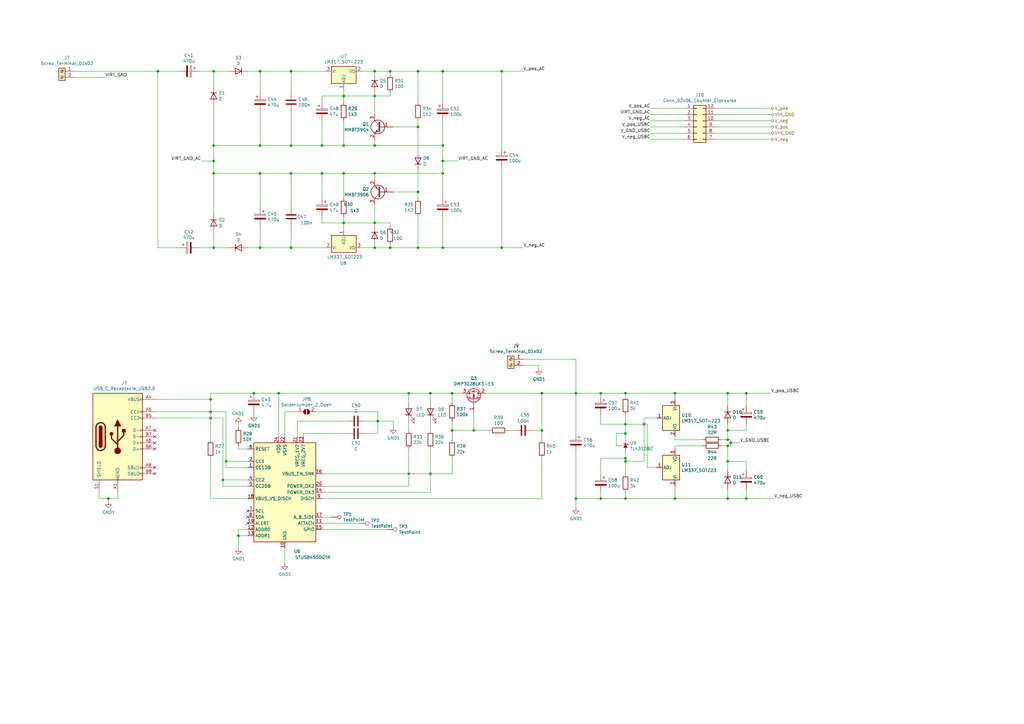
<source format=kicad_sch>
(kicad_sch (version 20211123) (generator eeschema)
  (paper "A3")
  (lib_symbols
    (symbol "Connector:Screw_Terminal_01x02" (pin_names (offset 1.016) hide)
      (property "Reference" "J" (at 0 2.54 0))
      (property "Value" "Screw_Terminal_01x02" (at 0 -5.08 0))
      (symbol "Screw_Terminal_01x02_1_1"
        (pin passive line (at -5.08 0 0) (length 3.81) (name "Pin_1") (number "1"))
        (pin passive line (at -5.08 -2.54 0) (length 3.81) (name "Pin_2") (number "2"))
      )
    )
    (symbol "Connector:TestPoint" (pin_numbers hide) (pin_names (offset 0.762) hide)
      (property "Reference" "TP" (at 0 6.858 0))
      (property "Value" "TestPoint" (at 0 5.08 0))
      (symbol "TestPoint_1_1"
        (pin passive line (at 0 0 90) (length 2.54) (name "1") (number "1"))
      )
    )
    (symbol "Connector:USB_C_Receptacle_USB2.0" (pin_names (offset 1.016))
      (property "Reference" "J" (at -10.16 19.05 0))
      (property "Value" "USB_C_Receptacle_USB2.0" (at 19.05 19.05 0))
      (symbol "USB_C_Receptacle_USB2.0_1_1"
        (pin passive line (at 0 -22.86 90) (length 5.08) (name "GND") (number "A1"))
        (pin passive line (at 0 -22.86 90) (length 5.08) hide (name "GND") (number "A12"))
        (pin passive line (at 15.24 15.24 180) (length 5.08) (name "VBUS") (number "A4"))
        (pin bidirectional line (at 15.24 10.16 180) (length 5.08) (name "CC1") (number "A5"))
        (pin bidirectional line (at 15.24 -2.54 180) (length 5.08) (name "D+") (number "A6"))
        (pin bidirectional line (at 15.24 2.54 180) (length 5.08) (name "D-") (number "A7"))
        (pin bidirectional line (at 15.24 -12.7 180) (length 5.08) (name "SBU1") (number "A8"))
        (pin passive line (at 15.24 15.24 180) (length 5.08) hide (name "VBUS") (number "A9"))
        (pin passive line (at 0 -22.86 90) (length 5.08) hide (name "GND") (number "B1"))
        (pin passive line (at 0 -22.86 90) (length 5.08) hide (name "GND") (number "B12"))
        (pin passive line (at 15.24 15.24 180) (length 5.08) hide (name "VBUS") (number "B4"))
        (pin bidirectional line (at 15.24 7.62 180) (length 5.08) (name "CC2") (number "B5"))
        (pin bidirectional line (at 15.24 -5.08 180) (length 5.08) (name "D+") (number "B6"))
        (pin bidirectional line (at 15.24 0 180) (length 5.08) (name "D-") (number "B7"))
        (pin bidirectional line (at 15.24 -15.24 180) (length 5.08) (name "SBU2") (number "B8"))
        (pin passive line (at 15.24 15.24 180) (length 5.08) hide (name "VBUS") (number "B9"))
        (pin passive line (at -7.62 -22.86 90) (length 5.08) (name "SHIELD") (number "S1"))
      )
    )
    (symbol "Connector_Generic:Conn_02x06_Counter_Clockwise" (pin_names (offset 1.016) hide)
      (property "Reference" "J" (at 1.27 7.62 0))
      (property "Value" "Conn_02x06_Counter_Clockwise" (at 1.27 -10.16 0))
      (symbol "Conn_02x06_Counter_Clockwise_1_1"
        (pin passive line (at -5.08 5.08 0) (length 3.81) (name "Pin_1") (number "1"))
        (pin passive line (at 7.62 0 180) (length 3.81) (name "Pin_10") (number "10"))
        (pin passive line (at 7.62 2.54 180) (length 3.81) (name "Pin_11") (number "11"))
        (pin passive line (at 7.62 5.08 180) (length 3.81) (name "Pin_12") (number "12"))
        (pin passive line (at -5.08 2.54 0) (length 3.81) (name "Pin_2") (number "2"))
        (pin passive line (at -5.08 0 0) (length 3.81) (name "Pin_3") (number "3"))
        (pin passive line (at -5.08 -2.54 0) (length 3.81) (name "Pin_4") (number "4"))
        (pin passive line (at -5.08 -5.08 0) (length 3.81) (name "Pin_5") (number "5"))
        (pin passive line (at -5.08 -7.62 0) (length 3.81) (name "Pin_6") (number "6"))
        (pin passive line (at 7.62 -7.62 180) (length 3.81) (name "Pin_7") (number "7"))
        (pin passive line (at 7.62 -5.08 180) (length 3.81) (name "Pin_8") (number "8"))
        (pin passive line (at 7.62 -2.54 180) (length 3.81) (name "Pin_9") (number "9"))
      )
    )
    (symbol "Device:C" (pin_numbers hide) (pin_names (offset 0.254))
      (property "Reference" "C" (at 0.635 2.54 0))
      (property "Value" "C" (at 0.635 -2.54 0))
      (symbol "C_1_1"
        (pin passive line (at 0 3.81 270) (length 2.794) (name "~") (number "1"))
        (pin passive line (at 0 -3.81 90) (length 2.794) (name "~") (number "2"))
      )
    )
    (symbol "Device:D" (pin_numbers hide) (pin_names (offset 1.016) hide)
      (property "Reference" "D" (at 0 2.54 0))
      (property "Value" "D" (at 0 -2.54 0))
      (symbol "D_1_1"
        (pin passive line (at -3.81 0 0) (length 2.54) (name "K") (number "1"))
        (pin passive line (at 3.81 0 180) (length 2.54) (name "A") (number "2"))
      )
    )
    (symbol "Device:LED" (pin_numbers hide) (pin_names (offset 1.016) hide)
      (property "Reference" "D" (at 0 2.54 0))
      (property "Value" "LED" (at 0 -2.54 0))
      (symbol "LED_1_1"
        (pin passive line (at -3.81 0 0) (length 2.54) (name "K") (number "1"))
        (pin passive line (at 3.81 0 180) (length 2.54) (name "A") (number "2"))
      )
    )
    (symbol "Device:Q_PMOS_GDS" (pin_names (offset 0) hide)
      (property "Reference" "Q" (at 5.08 1.27 0))
      (property "Value" "Q_PMOS_GDS" (at 5.08 -1.27 0))
      (symbol "Q_PMOS_GDS_1_1"
        (pin input line (at -5.08 0 0) (length 2.54) (name "G") (number "1"))
        (pin passive line (at 2.54 5.08 270) (length 2.54) (name "D") (number "2"))
        (pin passive line (at 2.54 -5.08 90) (length 2.54) (name "S") (number "3"))
      )
    )
    (symbol "Device:R" (pin_numbers hide) (pin_names (offset 0))
      (property "Reference" "R" (at 2.032 0 90))
      (property "Value" "R" (at 0 0 90))
      (symbol "R_1_1"
        (pin passive line (at 0 3.81 270) (length 1.27) (name "~") (number "1"))
        (pin passive line (at 0 -3.81 90) (length 1.27) (name "~") (number "2"))
      )
    )
    (symbol "Interface_USB:STUSB4500QTR"
      (property "Reference" "U" (at -12.7 21.59 0))
      (property "Value" "STUSB4500QTR" (at 8.89 -21.59 0))
      (symbol "STUSB4500QTR_1_1"
        (pin bidirectional line (at -15.24 10.16 0) (length 2.54) (name "CC1DB") (number "1"))
        (pin power_in line (at 0 -22.86 90) (length 2.54) (name "GND") (number "10"))
        (pin open_collector line (at 15.24 -12.7 180) (length 2.54) (name "ATTACH") (number "11"))
        (pin input line (at -15.24 -15.24 0) (length 2.54) (name "ADDR0") (number "12"))
        (pin input line (at -15.24 -17.78 0) (length 2.54) (name "ADDR1") (number "13"))
        (pin open_collector line (at 15.24 0 180) (length 2.54) (name "POWER_OK3") (number "14"))
        (pin open_collector line (at 15.24 -15.24 180) (length 2.54) (name "GPIO") (number "15"))
        (pin open_collector line (at 15.24 7.62 180) (length 2.54) (name "VBUS_EN_SNK") (number "16"))
        (pin open_collector line (at 15.24 -10.16 180) (length 2.54) (name "A_B_SIDE") (number "17"))
        (pin input line (at -15.24 -2.54 0) (length 2.54) (name "VBUS_VS_DISCH") (number "18"))
        (pin open_collector line (at -15.24 -12.7 0) (length 2.54) (name "ALERT") (number "19"))
        (pin bidirectional line (at -15.24 12.7 0) (length 2.54) (name "CC1") (number "2"))
        (pin open_collector line (at 15.24 2.54 180) (length 2.54) (name "POWER_OK2") (number "20"))
        (pin power_out line (at 5.08 22.86 270) (length 2.54) (name "VREG_1V2") (number "21"))
        (pin power_in line (at 0 22.86 270) (length 2.54) (name "VSYS") (number "22"))
        (pin power_out line (at 7.62 22.86 270) (length 2.54) (name "VREG_2V7") (number "23"))
        (pin power_in line (at -2.54 22.86 270) (length 2.54) (name "VDD") (number "24"))
        (pin passive line (at 0 -22.86 90) (length 2.54) hide (name "GND") (number "25"))
        (pin no_connect line (at -12.7 15.24 0) (length 2.54) hide (name "NC") (number "3"))
        (pin bidirectional line (at -15.24 5.08 0) (length 2.54) (name "CC2") (number "4"))
        (pin bidirectional line (at -15.24 2.54 0) (length 2.54) (name "CC2DB") (number "5"))
        (pin input line (at -15.24 17.78 0) (length 2.54) (name "RESET") (number "6"))
        (pin input line (at -15.24 -7.62 0) (length 2.54) (name "SCL") (number "7"))
        (pin bidirectional line (at -15.24 -10.16 0) (length 2.54) (name "SDA") (number "8"))
        (pin bidirectional line (at 15.24 -2.54 180) (length 2.54) (name "DISCH") (number "9"))
      )
    )
    (symbol "Jumper:SolderJumper_2_Open" (pin_names (offset 0) hide)
      (property "Reference" "JP" (at 0 2.032 0))
      (property "Value" "SolderJumper_2_Open" (at 0 -2.54 0))
      (symbol "SolderJumper_2_Open_1_1"
        (pin passive line (at -3.81 0 0) (length 2.54) (name "A") (number "1"))
        (pin passive line (at 3.81 0 180) (length 2.54) (name "B") (number "2"))
      )
    )
    (symbol "Reference_Voltage:TL431DBZ" (pin_numbers hide) (pin_names hide)
      (property "Reference" "U" (at -2.54 2.54 0))
      (property "Value" "TL431DBZ" (at 0 -2.54 0))
      (symbol "TL431DBZ_1_1"
        (pin passive line (at 2.54 0 180) (length 2.54) (name "K") (number "1"))
        (pin passive line (at 0 2.54 270) (length 2.54) (name "REF") (number "2"))
        (pin passive line (at -2.54 0 0) (length 2.54) (name "A") (number "3"))
      )
    )
    (symbol "Regulator_Linear:LM317_SOT-223" (pin_names (offset 0.254))
      (property "Reference" "U" (at -3.81 3.175 0))
      (property "Value" "LM317_SOT-223" (at 0 3.175 0))
      (symbol "LM317_SOT-223_1_1"
        (pin input line (at 0 -7.62 90) (length 2.54) (name "ADJ") (number "1"))
        (pin power_out line (at 7.62 0 180) (length 2.54) (name "VO") (number "2"))
        (pin power_in line (at -7.62 0 0) (length 2.54) (name "VI") (number "3"))
      )
    )
    (symbol "Regulator_Linear:LM337_SOT223" (pin_names (offset 0.254))
      (property "Reference" "U" (at -3.81 -3.175 0))
      (property "Value" "LM337_SOT223" (at 0 -3.175 0))
      (symbol "LM337_SOT223_1_1"
        (pin input line (at 0 7.62 270) (length 2.54) (name "ADJ") (number "1"))
        (pin power_in line (at -7.62 0 0) (length 2.54) (name "VI") (number "2"))
        (pin power_out line (at 7.62 0 180) (length 2.54) (name "VO") (number "3"))
      )
    )
    (symbol "Transistor_BJT:MMBT3904" (pin_names (offset 0) hide)
      (property "Reference" "Q" (at 5.08 1.905 0))
      (property "Value" "MMBT3904" (at 5.08 0 0))
      (symbol "MMBT3904_1_1"
        (pin input line (at -5.08 0 0) (length 5.715) (name "B") (number "1"))
        (pin passive line (at 2.54 -5.08 90) (length 2.54) (name "E") (number "2"))
        (pin passive line (at 2.54 5.08 270) (length 2.54) (name "C") (number "3"))
      )
    )
    (symbol "Transistor_BJT:MMBT3906" (pin_names (offset 0) hide)
      (property "Reference" "Q" (at 5.08 1.905 0))
      (property "Value" "MMBT3906" (at 5.08 0 0))
      (symbol "MMBT3906_1_1"
        (pin input line (at -5.08 0 0) (length 5.715) (name "B") (number "1"))
        (pin passive line (at 2.54 -5.08 90) (length 2.54) (name "E") (number "2"))
        (pin passive line (at 2.54 5.08 270) (length 2.54) (name "C") (number "3"))
      )
    )
    (symbol "power:GND1" (power) (pin_names (offset 0))
      (property "Value" "GND1" (at 0 -3.81 0))
      (symbol "GND1_1_1"
        (pin power_in line (at 0 0 270) (length 0) hide (name "GND1") (number "1"))
      )
    )
    (symbol "pre-amp-v2-rescue:CP-Device" (pin_numbers hide) (pin_names (offset 0.254))
      (property "Reference" "C" (at 0.635 2.54 0))
      (property "Value" "CP-Device" (at 0.635 -2.54 0))
      (symbol "CP-Device_1_1"
        (pin passive line (at 0 3.81 270) (length 2.794) (name "~") (number "1"))
        (pin passive line (at 0 -3.81 90) (length 2.794) (name "~") (number "2"))
      )
    )
  )
  (junction (at 86.36 163.83))
  (junction (at 64.77 29.21))
  (junction (at 153.67 29.21))
  (junction (at 154.94 172.72))
  (junction (at 97.79 219.71))
  (junction (at 171.45 29.21))
  (junction (at 181.61 29.21))
  (junction (at 119.38 71.12))
  (junction (at 298.45 189.23))
  (junction (at 140.97 59.69))
  (junction (at 92.71 189.23))
  (junction (at 153.67 101.6))
  (junction (at 106.68 59.69))
  (junction (at 160.02 29.21))
  (junction (at 153.67 71.12))
  (junction (at 140.97 39.37))
  (junction (at 256.54 189.23))
  (junction (at 153.67 91.44))
  (junction (at 205.74 29.21))
  (junction (at 119.38 29.21))
  (junction (at 306.07 204.47))
  (junction (at 106.68 71.12))
  (junction (at 256.54 161.29))
  (junction (at 119.38 101.6))
  (junction (at 87.63 66.04))
  (junction (at 87.63 29.21))
  (junction (at 246.38 204.47))
  (junction (at 167.64 161.29))
  (junction (at 171.45 78.74))
  (junction (at 236.22 204.47))
  (junction (at 132.08 59.69))
  (junction (at 140.97 71.12))
  (junction (at 306.07 161.29))
  (junction (at 104.14 161.29))
  (junction (at 205.74 101.6))
  (junction (at 132.08 71.12))
  (junction (at 256.54 187.96))
  (junction (at 160.02 101.6))
  (junction (at 171.45 52.07))
  (junction (at 171.45 101.6))
  (junction (at 87.63 101.6))
  (junction (at 181.61 66.04))
  (junction (at 246.38 161.29))
  (junction (at 299.72 181.61))
  (junction (at 298.45 176.53))
  (junction (at 256.54 177.8))
  (junction (at 87.63 71.12))
  (junction (at 276.86 161.29))
  (junction (at 153.67 59.69))
  (junction (at 153.67 39.37))
  (junction (at 222.25 161.29))
  (junction (at 181.61 59.69))
  (junction (at 298.45 204.47))
  (junction (at 91.44 196.85))
  (junction (at 181.61 71.12))
  (junction (at 185.42 176.53))
  (junction (at 106.68 29.21))
  (junction (at 236.22 161.29))
  (junction (at 298.45 161.29))
  (junction (at 44.45 204.47))
  (junction (at 176.53 161.29))
  (junction (at 298.45 180.34))
  (junction (at 106.68 101.6))
  (junction (at 222.25 176.53))
  (junction (at 181.61 101.6))
  (junction (at 298.45 182.88))
  (junction (at 114.3 161.29))
  (junction (at 119.38 59.69))
  (junction (at 87.63 59.69))
  (junction (at 185.42 161.29))
  (junction (at 140.97 91.44))
  (junction (at 256.54 204.47))
  (junction (at 276.86 204.47))
  (junction (at 256.54 173.99))
  (junction (at 194.31 176.53))
  (no_connect (at 86.36 171.45))
  (no_connect (at 264.16 173.99))
  (no_connect (at 63.5 191.77))
  (no_connect (at 63.5 181.61))
  (no_connect (at 176.53 194.31))
  (no_connect (at 63.5 184.15))
  (no_connect (at 63.5 179.07))
  (no_connect (at 101.6 209.55))
  (no_connect (at 101.6 214.63))
  (no_connect (at 63.5 176.53))
  (no_connect (at 63.5 194.31))
  (no_connect (at 167.64 194.31))
  (no_connect (at 101.6 212.09))
  (no_connect (at 86.36 168.91))
  (wire (pts (xy 160.02 101.6) (xy 160.02 100.33)))
  (wire (pts (xy 222.25 161.29) (xy 236.22 161.29)))
  (wire (pts (xy 185.42 176.53) (xy 185.42 180.34)))
  (wire (pts (xy 171.45 52.07) (xy 171.45 49.53)))
  (wire (pts (xy 97.79 217.17) (xy 97.79 219.71)))
  (wire (pts (xy 140.97 71.12) (xy 132.08 71.12)))
  (wire (pts (xy 153.67 38.1) (xy 153.67 39.37)))
  (wire (pts (xy 97.79 219.71) (xy 97.79 224.79)))
  (wire (pts (xy 140.97 49.53) (xy 140.97 59.69)))
  (wire (pts (xy 181.61 71.12) (xy 153.67 71.12)))
  (wire (pts (xy 30.48 31.75) (xy 43.18 31.75)))
  (wire (pts (xy 97.79 175.26) (xy 97.79 173.99)))
  (wire (pts (xy 176.53 201.93) (xy 132.08 201.93)))
  (wire (pts (xy 119.38 71.12) (xy 106.68 71.12)))
  (wire (pts (xy 129.54 168.91) (xy 154.94 168.91)))
  (wire (pts (xy 87.63 43.18) (xy 87.63 59.69)))
  (wire (pts (xy 246.38 173.99) (xy 256.54 173.99)))
  (wire (pts (xy 106.68 38.1) (xy 106.68 29.21)))
  (wire (pts (xy 266.7 54.61) (xy 280.67 54.61)))
  (wire (pts (xy 298.45 204.47) (xy 276.86 204.47)))
  (wire (pts (xy 116.84 231.14) (xy 116.84 224.79)))
  (wire (pts (xy 214.63 101.6) (xy 205.74 101.6)))
  (wire (pts (xy 276.86 199.39) (xy 276.86 204.47)))
  (wire (pts (xy 167.64 172.72) (xy 167.64 176.53)))
  (wire (pts (xy 161.29 52.07) (xy 171.45 52.07)))
  (wire (pts (xy 298.45 180.34) (xy 299.72 180.34)))
  (wire (pts (xy 214.63 149.86) (xy 220.98 149.86)))
  (wire (pts (xy 299.72 180.34) (xy 299.72 181.61)))
  (wire (pts (xy 293.37 54.61) (xy 316.23 54.61)))
  (wire (pts (xy 222.25 176.53) (xy 218.44 176.53)))
  (wire (pts (xy 153.67 59.69) (xy 140.97 59.69)))
  (wire (pts (xy 87.63 101.6) (xy 93.98 101.6)))
  (wire (pts (xy 106.68 45.72) (xy 106.68 59.69)))
  (wire (pts (xy 160.02 29.21) (xy 160.02 30.48)))
  (wire (pts (xy 185.42 176.53) (xy 194.31 176.53)))
  (wire (pts (xy 106.68 59.69) (xy 87.63 59.69)))
  (wire (pts (xy 48.26 204.47) (xy 48.26 201.93)))
  (wire (pts (xy 256.54 173.99) (xy 256.54 177.8)))
  (wire (pts (xy 158.75 217.17) (xy 132.08 217.17)))
  (wire (pts (xy 140.97 91.44) (xy 140.97 88.9)))
  (wire (pts (xy 264.16 171.45) (xy 264.16 189.23)))
  (wire (pts (xy 86.36 163.83) (xy 86.36 180.34)))
  (wire (pts (xy 266.7 57.15) (xy 280.67 57.15)))
  (wire (pts (xy 299.72 182.88) (xy 298.45 182.88)))
  (wire (pts (xy 101.6 217.17) (xy 97.79 217.17)))
  (wire (pts (xy 124.46 179.07) (xy 124.46 177.8)))
  (wire (pts (xy 293.37 46.99) (xy 316.23 46.99)))
  (wire (pts (xy 276.86 204.47) (xy 256.54 204.47)))
  (wire (pts (xy 167.64 161.29) (xy 176.53 161.29)))
  (wire (pts (xy 119.38 85.09) (xy 119.38 71.12)))
  (wire (pts (xy 160.02 38.1) (xy 160.02 39.37)))
  (wire (pts (xy 181.61 29.21) (xy 181.61 41.91)))
  (wire (pts (xy 63.5 163.83) (xy 86.36 163.83)))
  (wire (pts (xy 153.67 91.44) (xy 153.67 83.82)))
  (wire (pts (xy 171.45 88.9) (xy 171.45 101.6)))
  (wire (pts (xy 133.35 101.6) (xy 119.38 101.6)))
  (wire (pts (xy 63.5 168.91) (xy 92.71 168.91)))
  (wire (pts (xy 181.61 59.69) (xy 153.67 59.69)))
  (wire (pts (xy 266.7 46.99) (xy 280.67 46.99)))
  (wire (pts (xy 104.14 161.29) (xy 114.3 161.29)))
  (wire (pts (xy 87.63 101.6) (xy 87.63 95.25)))
  (wire (pts (xy 276.86 182.88) (xy 288.29 182.88)))
  (wire (pts (xy 160.02 39.37) (xy 153.67 39.37)))
  (wire (pts (xy 293.37 52.07) (xy 316.23 52.07)))
  (wire (pts (xy 114.3 179.07) (xy 114.3 161.29)))
  (wire (pts (xy 44.45 204.47) (xy 44.45 205.74)))
  (wire (pts (xy 222.25 204.47) (xy 222.25 187.96)))
  (wire (pts (xy 91.44 199.39) (xy 91.44 196.85)))
  (wire (pts (xy 316.23 161.29) (xy 306.07 161.29)))
  (wire (pts (xy 64.77 29.21) (xy 30.48 29.21)))
  (wire (pts (xy 101.6 101.6) (xy 106.68 101.6)))
  (wire (pts (xy 176.53 161.29) (xy 185.42 161.29)))
  (wire (pts (xy 140.97 39.37) (xy 153.67 39.37)))
  (wire (pts (xy 101.6 191.77) (xy 92.71 191.77)))
  (wire (pts (xy 298.45 161.29) (xy 298.45 166.37)))
  (wire (pts (xy 87.63 66.04) (xy 87.63 71.12)))
  (wire (pts (xy 87.63 59.69) (xy 87.63 66.04)))
  (wire (pts (xy 142.24 172.72) (xy 121.92 172.72)))
  (wire (pts (xy 171.45 101.6) (xy 181.61 101.6)))
  (wire (pts (xy 132.08 88.9) (xy 132.08 91.44)))
  (wire (pts (xy 87.63 66.04) (xy 82.55 66.04)))
  (wire (pts (xy 205.74 29.21) (xy 205.74 60.96)))
  (wire (pts (xy 132.08 59.69) (xy 119.38 59.69)))
  (wire (pts (xy 256.54 187.96) (xy 246.38 187.96)))
  (wire (pts (xy 266.7 52.07) (xy 280.67 52.07)))
  (wire (pts (xy 73.66 101.6) (xy 64.77 101.6)))
  (wire (pts (xy 293.37 57.15) (xy 316.23 57.15)))
  (wire (pts (xy 246.38 161.29) (xy 256.54 161.29)))
  (wire (pts (xy 185.42 161.29) (xy 189.23 161.29)))
  (wire (pts (xy 153.67 92.71) (xy 153.67 91.44)))
  (wire (pts (xy 256.54 189.23) (xy 256.54 194.31)))
  (wire (pts (xy 256.54 173.99) (xy 265.43 173.99)))
  (wire (pts (xy 97.79 184.15) (xy 97.79 182.88)))
  (wire (pts (xy 161.29 78.74) (xy 171.45 78.74)))
  (wire (pts (xy 91.44 199.39) (xy 101.6 199.39)))
  (wire (pts (xy 92.71 168.91) (xy 92.71 189.23)))
  (wire (pts (xy 200.66 176.53) (xy 194.31 176.53)))
  (wire (pts (xy 140.97 59.69) (xy 132.08 59.69)))
  (wire (pts (xy 92.71 189.23) (xy 101.6 189.23)))
  (wire (pts (xy 149.86 172.72) (xy 154.94 172.72)))
  (wire (pts (xy 220.98 149.86) (xy 220.98 151.13)))
  (wire (pts (xy 185.42 161.29) (xy 185.42 165.1)))
  (wire (pts (xy 160.02 29.21) (xy 171.45 29.21)))
  (wire (pts (xy 154.94 177.8) (xy 149.86 177.8)))
  (wire (pts (xy 293.37 49.53) (xy 316.23 49.53)))
  (wire (pts (xy 256.54 204.47) (xy 246.38 204.47)))
  (wire (pts (xy 187.96 66.04) (xy 181.61 66.04)))
  (wire (pts (xy 132.08 91.44) (xy 140.97 91.44)))
  (wire (pts (xy 106.68 85.09) (xy 106.68 71.12)))
  (wire (pts (xy 298.45 200.66) (xy 298.45 204.47)))
  (wire (pts (xy 171.45 29.21) (xy 181.61 29.21)))
  (wire (pts (xy 298.45 182.88) (xy 298.45 189.23)))
  (wire (pts (xy 176.53 161.29) (xy 176.53 165.1)))
  (wire (pts (xy 181.61 49.53) (xy 181.61 59.69)))
  (wire (pts (xy 124.46 177.8) (xy 142.24 177.8)))
  (wire (pts (xy 306.07 200.66) (xy 306.07 204.47)))
  (wire (pts (xy 205.74 68.58) (xy 205.74 101.6)))
  (wire (pts (xy 181.61 81.28) (xy 181.61 71.12)))
  (wire (pts (xy 119.38 101.6) (xy 119.38 92.71)))
  (wire (pts (xy 153.67 57.15) (xy 153.67 59.69)))
  (wire (pts (xy 153.67 71.12) (xy 140.97 71.12)))
  (wire (pts (xy 306.07 176.53) (xy 298.45 176.53)))
  (wire (pts (xy 87.63 87.63) (xy 87.63 71.12)))
  (wire (pts (xy 210.82 176.53) (xy 208.28 176.53)))
  (wire (pts (xy 64.77 29.21) (xy 73.66 29.21)))
  (wire (pts (xy 86.36 204.47) (xy 86.36 187.96)))
  (wire (pts (xy 140.97 36.83) (xy 140.97 39.37)))
  (wire (pts (xy 167.64 184.15) (xy 167.64 199.39)))
  (wire (pts (xy 214.63 147.32) (xy 236.22 147.32)))
  (wire (pts (xy 160.02 92.71) (xy 160.02 91.44)))
  (wire (pts (xy 236.22 161.29) (xy 246.38 161.29)))
  (wire (pts (xy 171.45 41.91) (xy 171.45 29.21)))
  (wire (pts (xy 298.45 182.88) (xy 295.91 182.88)))
  (wire (pts (xy 252.73 177.8) (xy 256.54 177.8)))
  (wire (pts (xy 140.97 39.37) (xy 140.97 41.91)))
  (wire (pts (xy 254 182.88) (xy 252.73 182.88)))
  (wire (pts (xy 306.07 161.29) (xy 298.45 161.29)))
  (wire (pts (xy 246.38 201.93) (xy 246.38 204.47)))
  (wire (pts (xy 306.07 193.04) (xy 306.07 189.23)))
  (wire (pts (xy 252.73 177.8) (xy 252.73 182.88)))
  (wire (pts (xy 298.45 161.29) (xy 276.86 161.29)))
  (wire (pts (xy 148.59 29.21) (xy 153.67 29.21)))
  (wire (pts (xy 81.28 101.6) (xy 87.63 101.6)))
  (wire (pts (xy 148.59 101.6) (xy 153.67 101.6)))
  (wire (pts (xy 181.61 59.69) (xy 181.61 66.04)))
  (wire (pts (xy 153.67 101.6) (xy 160.02 101.6)))
  (wire (pts (xy 153.67 39.37) (xy 153.67 46.99)))
  (wire (pts (xy 264.16 171.45) (xy 269.24 171.45)))
  (wire (pts (xy 153.67 29.21) (xy 160.02 29.21)))
  (wire (pts (xy 236.22 204.47) (xy 246.38 204.47)))
  (wire (pts (xy 246.38 187.96) (xy 246.38 194.31)))
  (wire (pts (xy 167.64 199.39) (xy 132.08 199.39)))
  (wire (pts (xy 293.37 44.45) (xy 316.23 44.45)))
  (wire (pts (xy 132.08 204.47) (xy 222.25 204.47)))
  (wire (pts (xy 44.45 204.47) (xy 48.26 204.47)))
  (wire (pts (xy 181.61 88.9) (xy 181.61 101.6)))
  (wire (pts (xy 132.08 49.53) (xy 132.08 59.69)))
  (wire (pts (xy 119.38 59.69) (xy 106.68 59.69)))
  (wire (pts (xy 81.28 29.21) (xy 87.63 29.21)))
  (wire (pts (xy 266.7 49.53) (xy 280.67 49.53)))
  (wire (pts (xy 140.97 93.98) (xy 140.97 91.44)))
  (wire (pts (xy 154.94 168.91) (xy 154.94 172.72)))
  (wire (pts (xy 132.08 214.63) (xy 147.32 214.63)))
  (wire (pts (xy 299.72 181.61) (xy 299.72 182.88)))
  (wire (pts (xy 306.07 166.37) (xy 306.07 161.29)))
  (wire (pts (xy 101.6 204.47) (xy 86.36 204.47)))
  (wire (pts (xy 101.6 219.71) (xy 97.79 219.71)))
  (wire (pts (xy 132.08 39.37) (xy 140.97 39.37)))
  (wire (pts (xy 171.45 52.07) (xy 171.45 62.23)))
  (wire (pts (xy 181.61 29.21) (xy 205.74 29.21)))
  (wire (pts (xy 181.61 101.6) (xy 205.74 101.6)))
  (wire (pts (xy 106.68 71.12) (xy 87.63 71.12)))
  (wire (pts (xy 236.22 161.29) (xy 236.22 177.8)))
  (wire (pts (xy 317.5 204.47) (xy 306.07 204.47)))
  (wire (pts (xy 222.25 161.29) (xy 222.25 176.53)))
  (wire (pts (xy 104.14 170.18) (xy 104.14 168.91)))
  (wire (pts (xy 246.38 161.29) (xy 246.38 162.56)))
  (wire (pts (xy 153.67 29.21) (xy 153.67 30.48)))
  (wire (pts (xy 246.38 170.18) (xy 246.38 173.99)))
  (wire (pts (xy 185.42 172.72) (xy 185.42 176.53)))
  (wire (pts (xy 87.63 29.21) (xy 87.63 35.56)))
  (wire (pts (xy 256.54 189.23) (xy 264.16 189.23)))
  (wire (pts (xy 298.45 176.53) (xy 298.45 180.34)))
  (wire (pts (xy 92.71 191.77) (xy 92.71 189.23)))
  (wire (pts (xy 299.72 181.61) (xy 303.53 181.61)))
  (wire (pts (xy 199.39 161.29) (xy 222.25 161.29)))
  (wire (pts (xy 87.63 29.21) (xy 93.98 29.21)))
  (wire (pts (xy 153.67 101.6) (xy 153.67 100.33)))
  (wire (pts (xy 295.91 180.34) (xy 298.45 180.34)))
  (wire (pts (xy 167.64 161.29) (xy 167.64 165.1)))
  (wire (pts (xy 64.77 29.21) (xy 64.77 101.6)))
  (wire (pts (xy 106.68 29.21) (xy 119.38 29.21)))
  (wire (pts (xy 119.38 45.72) (xy 119.38 59.69)))
  (wire (pts (xy 132.08 41.91) (xy 132.08 39.37)))
  (wire (pts (xy 132.08 71.12) (xy 119.38 71.12)))
  (wire (pts (xy 154.94 172.72) (xy 154.94 177.8)))
  (wire (pts (xy 306.07 189.23) (xy 298.45 189.23)))
  (wire (pts (xy 214.63 29.21) (xy 205.74 29.21)))
  (wire (pts (xy 116.84 168.91) (xy 121.92 168.91)))
  (wire (pts (xy 298.45 189.23) (xy 298.45 193.04)))
  (wire (pts (xy 171.45 69.85) (xy 171.45 78.74)))
  (wire (pts (xy 101.6 29.21) (xy 106.68 29.21)))
  (wire (pts (xy 236.22 185.42) (xy 236.22 204.47)))
  (wire (pts (xy 266.7 44.45) (xy 280.67 44.45)))
  (wire (pts (xy 276.86 161.29) (xy 276.86 163.83)))
  (wire (pts (xy 116.84 179.07) (xy 116.84 168.91)))
  (wire (pts (xy 306.07 204.47) (xy 298.45 204.47)))
  (wire (pts (xy 153.67 73.66) (xy 153.67 71.12)))
  (wire (pts (xy 265.43 191.77) (xy 265.43 173.99)))
  (wire (pts (xy 269.24 191.77) (xy 265.43 191.77)))
  (wire (pts (xy 106.68 101.6) (xy 119.38 101.6)))
  (wire (pts (xy 86.36 163.83) (xy 86.36 161.29)))
  (wire (pts (xy 154.94 172.72) (xy 161.29 172.72)))
  (wire (pts (xy 171.45 78.74) (xy 171.45 81.28)))
  (wire (pts (xy 176.53 172.72) (xy 176.53 176.53)))
  (wire (pts (xy 121.92 172.72) (xy 121.92 179.07)))
  (wire (pts (xy 256.54 185.42) (xy 256.54 187.96)))
  (wire (pts (xy 140.97 91.44) (xy 153.67 91.44)))
  (wire (pts (xy 256.54 187.96) (xy 256.54 189.23)))
  (wire (pts (xy 91.44 196.85) (xy 101.6 196.85)))
  (wire (pts (xy 114.3 161.29) (xy 167.64 161.29)))
  (wire (pts (xy 298.45 173.99) (xy 298.45 176.53)))
  (wire (pts (xy 276.86 179.07) (xy 276.86 180.34)))
  (wire (pts (xy 256.54 161.29) (xy 256.54 162.56)))
  (wire (pts (xy 181.61 66.04) (xy 181.61 71.12)))
  (wire (pts (xy 256.54 170.18) (xy 256.54 173.99)))
  (wire (pts (xy 256.54 177.8) (xy 256.54 180.34)))
  (wire (pts (xy 101.6 184.15) (xy 97.79 184.15)))
  (wire (pts (xy 236.22 208.28) (xy 236.22 204.47)))
  (wire (pts (xy 133.35 29.21) (xy 119.38 29.21)))
  (wire (pts (xy 306.07 173.99) (xy 306.07 176.53)))
  (wire (pts (xy 256.54 201.93) (xy 256.54 204.47)))
  (wire (pts (xy 91.44 171.45) (xy 91.44 196.85)))
  (wire (pts (xy 194.31 176.53) (xy 194.31 168.91)))
  (wire (pts (xy 40.64 204.47) (xy 44.45 204.47)))
  (wire (pts (xy 106.68 92.71) (xy 106.68 101.6)))
  (wire (pts (xy 276.86 180.34) (xy 288.29 180.34)))
  (wire (pts (xy 135.89 212.09) (xy 132.08 212.09)))
  (wire (pts (xy 256.54 161.29) (xy 276.86 161.29)))
  (wire (pts (xy 222.25 180.34) (xy 222.25 176.53)))
  (wire (pts (xy 185.42 187.96) (xy 185.42 194.31)))
  (wire (pts (xy 86.36 161.29) (xy 104.14 161.29)))
  (wire (pts (xy 140.97 81.28) (xy 140.97 71.12)))
  (wire (pts (xy 160.02 101.6) (xy 171.45 101.6)))
  (wire (pts (xy 161.29 172.72) (xy 161.29 175.26)))
  (wire (pts (xy 40.64 201.93) (xy 40.64 204.47)))
  (wire (pts (xy 176.53 184.15) (xy 176.53 201.93)))
  (wire (pts (xy 63.5 171.45) (xy 91.44 171.45)))
  (wire (pts (xy 160.02 91.44) (xy 153.67 91.44)))
  (wire (pts (xy 119.38 29.21) (xy 119.38 38.1)))
  (wire (pts (xy 132.08 194.31) (xy 185.42 194.31)))
  (wire (pts (xy 132.08 81.28) (xy 132.08 71.12)))
  (wire (pts (xy 236.22 147.32) (xy 236.22 161.29)))
  (wire (pts (xy 276.86 184.15) (xy 276.86 182.88)))
  (label "VIRT_GND_AC" (at 266.7 46.99 180))
  (label "V_neg_USBC" (at 266.7 57.15 180))
  (label "V_GND_USBC" (at 303.53 181.61 0))
  (label "V_pos_USBC" (at 266.7 52.07 180))
  (label "VIRT_GND" (at 43.18 31.75 0))
  (label "V_neg_AC" (at 266.7 49.53 180))
  (label "V_GND_USBC" (at 266.7 54.61 180))
  (label "VIRT_GND_AC" (at 82.55 66.04 180))
  (label "V_pos_USBC" (at 316.23 161.29 0))
  (label "V_neg_USBC" (at 317.5 204.47 0))
  (label "VIRT_GND_AC" (at 187.96 66.04 0))
  (label "V_pos_AC" (at 214.63 29.21 0))
  (label "V_pos_AC" (at 266.7 44.45 180))
  (label "V_neg_AC" (at 214.63 101.6 0))
  (hierarchical_label "V_neg" (shape bidirectional) (at 316.23 49.53 0))
  (hierarchical_label "V_pos" (shape bidirectional) (at 316.23 52.07 0))
  (hierarchical_label "Virt_GND" (shape bidirectional) (at 316.23 46.99 0))
  (hierarchical_label "Virt_GND" (shape bidirectional) (at 316.23 54.61 0))
  (hierarchical_label "V_pos" (shape bidirectional) (at 316.23 44.45 0))
  (hierarchical_label "V_neg" (shape bidirectional) (at 316.23 57.15 0))
  (symbol (lib_id "Connector:Screw_Terminal_01x02") (at 25.4 29.21 0) (mirror y) (unit 1)
    (property "Reference" "J7" (at 27.4828 23.6982 0))
    (property "Value" "Screw_Terminal_01x02" (at 27.4828 26.0096 0))
    (property "Footprint" "my_misc:Phoenix_7.62_5.08(02x01)" (effects hide))
  )
  (symbol (lib_id "Device:C") (at 119.38 41.91 0) (unit 1)
    (property "Reference" "C46" (at 122.301 40.7416 0) (effects (justify left)))
    (property "Value" "100n" (at 122.301 43.053 0) (effects (justify left)))
    (property "Footprint" "Capacitor_SMD:C_0805_2012Metric_Pad1.18x1.45mm_HandSolder" (effects hide))
  )
  (symbol (lib_id "Device:R") (at 140.97 45.72 0) (unit 1)
    (property "Reference" "R29" (at 142.748 44.5516 0) (effects (justify left)))
    (property "Value" "1k3" (at 142.748 46.863 0) (effects (justify left)))
    (property "Footprint" "Resistor_SMD:R_0805_2012Metric_Pad1.20x1.40mm_HandSolder" (effects hide))
  )
  (symbol (lib_id "pre-amp-v2-rescue:CP-Device") (at 132.08 45.72 0) (unit 1)
    (property "Reference" "C48" (at 135.0772 44.5516 0) (effects (justify left)))
    (property "Value" "47u" (at 135.0772 46.863 0) (effects (justify left)))
    (property "Footprint" "Capacitor_THT:CP_Radial_D5.0mm_P2.00mm" (effects hide))
  )
  (symbol (lib_id "Device:D") (at 153.67 34.29 270) (unit 1)
    (property "Reference" "D5" (at 155.702 33.1216 90) (effects (justify left)))
    (property "Value" "D" (at 155.702 35.433 90) (effects (justify left)))
    (property "Footprint" "Diode_SMD:D_SMA_Handsoldering" (effects hide))
  )
  (symbol (lib_id "Device:R") (at 160.02 34.29 0) (unit 1)
    (property "Reference" "R31" (at 161.798 33.1216 0) (effects (justify left)))
    (property "Value" "100" (at 161.798 35.433 0) (effects (justify left)))
    (property "Footprint" "Resistor_SMD:R_0805_2012Metric_Pad1.20x1.40mm_HandSolder" (effects hide))
  )
  (symbol (lib_id "Device:R") (at 171.45 45.72 0) (unit 1)
    (property "Reference" "R34" (at 173.228 44.5516 0) (effects (justify left)))
    (property "Value" "1K2" (at 173.228 46.863 0) (effects (justify left)))
    (property "Footprint" "Resistor_SMD:R_0805_2012Metric_Pad1.20x1.40mm_HandSolder" (effects hide))
  )
  (symbol (lib_id "pre-amp-v2-rescue:CP-Device") (at 181.61 45.72 0) (unit 1)
    (property "Reference" "C52" (at 184.6072 44.5516 0) (effects (justify left)))
    (property "Value" "100u" (at 184.6072 46.863 0) (effects (justify left)))
    (property "Footprint" "Capacitor_THT:CP_Radial_D6.3mm_P2.50mm" (effects hide))
  )
  (symbol (lib_id "pre-amp-v2-rescue:CP-Device") (at 106.68 41.91 0) (unit 1)
    (property "Reference" "C44" (at 109.6772 40.7416 0) (effects (justify left)))
    (property "Value" "470u" (at 109.6772 43.053 0) (effects (justify left)))
    (property "Footprint" "Capacitor_THT:CP_Radial_D10.0mm_P5.00mm" (effects hide))
  )
  (symbol (lib_id "Device:D") (at 97.79 29.21 180) (unit 1)
    (property "Reference" "D3" (at 97.79 23.6982 0))
    (property "Value" "D" (at 97.79 26.0096 0))
    (property "Footprint" "Diode_SMD:D_SMA_Handsoldering" (effects hide))
  )
  (symbol (lib_id "Device:D") (at 87.63 39.37 270) (unit 1)
    (property "Reference" "D1" (at 89.662 38.2016 90) (effects (justify left)))
    (property "Value" "D" (at 89.662 40.513 90) (effects (justify left)))
    (property "Footprint" "Diode_SMD:D_SMA_Handsoldering" (effects hide))
  )
  (symbol (lib_id "pre-amp-v2-rescue:CP-Device") (at 77.47 29.21 270) (unit 1)
    (property "Reference" "C41" (at 77.47 22.733 90))
    (property "Value" "470u" (at 77.47 25.0444 90))
    (property "Footprint" "Capacitor_THT:CP_Radial_D10.0mm_P5.00mm" (effects hide))
  )
  (symbol (lib_id "Device:C") (at 119.38 88.9 0) (mirror x) (unit 1)
    (property "Reference" "C47" (at 125.73 88.9 0) (effects (justify right)))
    (property "Value" "100n" (at 128.27 91.44 0) (effects (justify right)))
    (property "Footprint" "Capacitor_SMD:C_0805_2012Metric_Pad1.18x1.45mm_HandSolder" (effects hide))
  )
  (symbol (lib_id "Device:R") (at 140.97 85.09 0) (mirror x) (unit 1)
    (property "Reference" "R30" (at 144.78 83.82 0) (effects (justify right)))
    (property "Value" "1k3" (at 147.32 86.36 0) (effects (justify right)))
    (property "Footprint" "Resistor_SMD:R_0805_2012Metric_Pad1.20x1.40mm_HandSolder" (effects hide))
  )
  (symbol (lib_id "pre-amp-v2-rescue:CP-Device") (at 132.08 85.09 0) (mirror y) (unit 1)
    (property "Reference" "C49" (at 135.0772 83.9216 0) (effects (justify right)))
    (property "Value" "47u" (at 135.0772 86.233 0) (effects (justify right)))
    (property "Footprint" "Capacitor_THT:CP_Radial_D5.0mm_P2.00mm" (effects hide))
  )
  (symbol (lib_id "Device:D") (at 153.67 96.52 90) (mirror x) (unit 1)
    (property "Reference" "D6" (at 155.702 95.3516 90) (effects (justify right)))
    (property "Value" "D" (at 155.702 97.663 90) (effects (justify right)))
    (property "Footprint" "Diode_SMD:D_SMA_Handsoldering" (effects hide))
  )
  (symbol (lib_id "Device:R") (at 160.02 96.52 0) (mirror x) (unit 1)
    (property "Reference" "R32" (at 163.83 95.25 0) (effects (justify right)))
    (property "Value" "100" (at 165.1 97.79 0) (effects (justify right)))
    (property "Footprint" "Resistor_SMD:R_0805_2012Metric_Pad1.20x1.40mm_HandSolder" (effects hide))
  )
  (symbol (lib_id "Device:R") (at 171.45 85.09 0) (mirror x) (unit 1)
    (property "Reference" "R35" (at 169.6974 83.9216 0) (effects (justify right)))
    (property "Value" "1K2" (at 169.6974 86.233 0) (effects (justify right)))
    (property "Footprint" "Resistor_SMD:R_0805_2012Metric_Pad1.20x1.40mm_HandSolder" (effects hide))
  )
  (symbol (lib_id "pre-amp-v2-rescue:CP-Device") (at 181.61 85.09 0) (mirror y) (unit 1)
    (property "Reference" "C53" (at 184.6072 83.9216 0) (effects (justify right)))
    (property "Value" "100u" (at 184.6072 86.233 0) (effects (justify right)))
    (property "Footprint" "Capacitor_THT:CP_Radial_D6.3mm_P2.50mm" (effects hide))
  )
  (symbol (lib_id "pre-amp-v2-rescue:CP-Device") (at 106.68 88.9 0) (mirror y) (unit 1)
    (property "Reference" "C45" (at 109.6772 87.7316 0) (effects (justify right)))
    (property "Value" "470u" (at 109.6772 90.043 0) (effects (justify right)))
    (property "Footprint" "Capacitor_THT:CP_Radial_D10.0mm_P5.00mm" (effects hide))
  )
  (symbol (lib_id "Device:D") (at 97.79 101.6 0) (mirror x) (unit 1)
    (property "Reference" "D4" (at 97.79 96.0882 0))
    (property "Value" "D" (at 97.79 98.3996 0))
    (property "Footprint" "Diode_SMD:D_SMA_Handsoldering" (effects hide))
  )
  (symbol (lib_id "Device:D") (at 87.63 91.44 90) (mirror x) (unit 1)
    (property "Reference" "D2" (at 89.662 90.2716 90) (effects (justify right)))
    (property "Value" "D" (at 89.662 92.583 90) (effects (justify right)))
    (property "Footprint" "Diode_SMD:D_SMA_Handsoldering" (effects hide))
  )
  (symbol (lib_id "pre-amp-v2-rescue:CP-Device") (at 77.47 101.6 90) (mirror x) (unit 1)
    (property "Reference" "C42" (at 77.47 95.123 90))
    (property "Value" "470u" (at 77.47 97.4344 90))
    (property "Footprint" "Capacitor_THT:CP_Radial_D10.0mm_P5.00mm" (effects hide))
  )
  (symbol (lib_id "Transistor_BJT:MMBT3906") (at 156.21 78.74 180) (unit 1)
    (property "Reference" "Q2" (at 151.3586 77.5716 0) (effects (justify left)))
    (property "Value" "MMBT3906" (at 151.3586 79.883 0) (effects (justify left)))
    (property "Footprint" "Package_TO_SOT_SMD:SOT-23" (effects hide))
    (property "Datasheet" "https://www.onsemi.com/pub/Collateral/2N3906-D.PDF" (effects hide))
  )
  (symbol (lib_id "Transistor_BJT:MMBT3904") (at 156.21 52.07 0) (mirror y) (unit 1)
    (property "Reference" "Q1" (at 151.3586 50.9016 0) (effects (justify left)))
    (property "Value" "MMBT3904" (at 151.3586 53.213 0) (effects (justify left)))
    (property "Footprint" "Package_TO_SOT_SMD:SOT-23" (effects hide))
    (property "Datasheet" "https://www.onsemi.com/pub/Collateral/2N3903-D.PDF" (effects hide))
  )
  (symbol (lib_id "Device:D") (at 171.45 66.04 90) (unit 1)
    (property "Reference" "D8" (at 173.482 64.8716 90) (effects (justify right)))
    (property "Value" "D" (at 173.482 67.183 90) (effects (justify right)))
    (property "Footprint" "Diode_SMD:D_SMA_Handsoldering" (effects hide))
  )
  (symbol (lib_id "pre-amp-v2-rescue:CP-Device") (at 205.74 64.77 0) (mirror y) (unit 1)
    (property "Reference" "C54" (at 208.7372 63.6016 0) (effects (justify right)))
    (property "Value" "100u" (at 208.7372 65.913 0) (effects (justify right)))
    (property "Footprint" "Capacitor_THT:CP_Radial_D6.3mm_P2.50mm" (effects hide))
  )
  (symbol (lib_id "Interface_USB:STUSB4500QTR") (at 116.84 201.93 0) (unit 1)
    (property "Reference" "U6" (at 121.92 226.06 0))
    (property "Value" "STUSB4500QTR" (at 128.27 228.6 0))
    (property "Footprint" "Package_DFN_QFN:QFN-24-1EP_4x4mm_P0.5mm_EP2.7x2.7mm" (effects hide))
    (property "Datasheet" "https://www.st.com/resource/en/datasheet/stusb4500.pdf" (effects hide))
  )
  (symbol (lib_id "power:GND1") (at 44.45 205.74 0) (unit 1)
    (property "Reference" "#PWR044" (effects hide))
    (property "Value" "GND1" (at 44.577 210.1342 0))
  )
  (symbol (lib_id "power:GND1") (at 97.79 224.79 0) (unit 1)
    (property "Reference" "#PWR046" (effects hide))
    (property "Value" "GND1" (at 97.917 229.1842 0))
  )
  (symbol (lib_id "power:GND1") (at 116.84 231.14 0) (unit 1)
    (property "Reference" "#PWR048" (effects hide))
    (property "Value" "GND1" (at 116.967 235.5342 0))
  )
  (symbol (lib_id "power:GND1") (at 97.79 173.99 180) (unit 1)
    (property "Reference" "#PWR045" (effects hide))
    (property "Value" "GND1" (at 97.663 169.5958 0))
  )
  (symbol (lib_id "Device:R") (at 86.36 184.15 0) (unit 1)
    (property "Reference" "R27" (at 88.138 182.9816 0) (effects (justify left)))
    (property "Value" "1k" (at 88.138 185.293 0) (effects (justify left)))
    (property "Footprint" "Resistor_SMD:R_0805_2012Metric_Pad1.20x1.40mm_HandSolder" (effects hide))
  )
  (symbol (lib_id "Device:R") (at 97.79 179.07 0) (unit 1)
    (property "Reference" "R28" (at 99.568 177.9016 0) (effects (justify left)))
    (property "Value" "10K" (at 99.568 180.213 0) (effects (justify left)))
    (property "Footprint" "Resistor_SMD:R_0805_2012Metric_Pad1.20x1.40mm_HandSolder" (effects hide))
  )
  (symbol (lib_id "Device:C") (at 146.05 172.72 270) (unit 1)
    (property "Reference" "C50" (at 146.05 166.3192 90))
    (property "Value" "C" (at 146.05 168.6306 90))
    (property "Footprint" "Capacitor_SMD:C_0805_2012Metric_Pad1.18x1.45mm_HandSolder" (effects hide))
  )
  (symbol (lib_id "Device:C") (at 146.05 177.8 270) (unit 1)
    (property "Reference" "C51" (at 146.05 181.61 90))
    (property "Value" "C" (at 146.05 184.15 90))
    (property "Footprint" "Capacitor_SMD:C_0805_2012Metric_Pad1.18x1.45mm_HandSolder" (effects hide))
  )
  (symbol (lib_id "power:GND1") (at 161.29 175.26 0) (unit 1)
    (property "Reference" "#PWR049" (effects hide))
    (property "Value" "GND1" (at 161.417 179.6542 0))
  )
  (symbol (lib_id "Jumper:SolderJumper_2_Open") (at 125.73 168.91 0) (unit 1)
    (property "Reference" "JP8" (at 125.73 163.703 0))
    (property "Value" "SolderJumper_2_Open" (at 125.73 166.0144 0))
    (property "Footprint" "Jumper:SolderJumper-2_P1.3mm_Open_RoundedPad1.0x1.5mm" (effects hide))
  )
  (symbol (lib_id "Device:Q_PMOS_GDS") (at 194.31 163.83 270) (mirror x) (unit 1)
    (property "Reference" "Q3" (at 194.31 155.1432 90))
    (property "Value" "DMP3028LK3-13" (at 194.31 157.4546 90))
    (property "Footprint" "Package_TO_SOT_SMD:TO-252-2" (effects hide))
    (property "Datasheet" "https://www.diodes.com/assets/Datasheets/DMP3028LK3.pdf" (effects hide))
  )
  (symbol (lib_id "Device:R") (at 185.42 168.91 0) (unit 1)
    (property "Reference" "R37" (at 187.198 167.7416 0) (effects (justify left)))
    (property "Value" "100k" (at 187.198 170.053 0) (effects (justify left)))
    (property "Footprint" "Resistor_SMD:R_0805_2012Metric_Pad1.20x1.40mm_HandSolder" (effects hide))
  )
  (symbol (lib_id "Device:R") (at 185.42 184.15 0) (unit 1)
    (property "Reference" "R38" (at 187.198 182.9816 0) (effects (justify left)))
    (property "Value" "22k" (at 187.198 185.293 0) (effects (justify left)))
    (property "Footprint" "Resistor_SMD:R_0805_2012Metric_Pad1.20x1.40mm_HandSolder" (effects hide))
  )
  (symbol (lib_id "Device:R") (at 204.47 176.53 270) (unit 1)
    (property "Reference" "R39" (at 204.47 171.2722 90))
    (property "Value" "100" (at 204.47 173.5836 90))
    (property "Footprint" "Resistor_SMD:R_0805_2012Metric_Pad1.20x1.40mm_HandSolder" (effects hide))
  )
  (symbol (lib_id "Device:C") (at 214.63 176.53 90) (mirror x) (unit 1)
    (property "Reference" "C55" (at 213.36 170.18 90) (effects (justify right)))
    (property "Value" "100n" (at 212.09 172.72 90) (effects (justify right)))
    (property "Footprint" "Capacitor_SMD:C_0805_2012Metric_Pad1.18x1.45mm_HandSolder" (effects hide))
  )
  (symbol (lib_id "Device:R") (at 222.25 184.15 0) (unit 1)
    (property "Reference" "R40" (at 224.028 182.9816 0) (effects (justify left)))
    (property "Value" "1k" (at 224.028 185.293 0) (effects (justify left)))
    (property "Footprint" "Resistor_SMD:R_0805_2012Metric_Pad1.20x1.40mm_HandSolder" (effects hide))
  )
  (symbol (lib_id "Device:LED") (at 167.64 168.91 90) (unit 1)
    (property "Reference" "D7" (at 170.6372 167.9194 90) (effects (justify right)))
    (property "Value" "LED" (at 170.6372 170.2308 90) (effects (justify right)))
    (property "Footprint" "LED_SMD:LED_0805_2012Metric_Pad1.15x1.40mm_HandSolder" (effects hide))
  )
  (symbol (lib_id "Device:LED") (at 176.53 168.91 90) (unit 1)
    (property "Reference" "D9" (at 179.5272 167.9194 90) (effects (justify right)))
    (property "Value" "LED" (at 179.5272 170.2308 90) (effects (justify right)))
    (property "Footprint" "LED_SMD:LED_0805_2012Metric_Pad1.15x1.40mm_HandSolder" (effects hide))
  )
  (symbol (lib_id "Device:R") (at 167.64 180.34 0) (unit 1)
    (property "Reference" "R33" (at 169.418 179.1716 0) (effects (justify left)))
    (property "Value" "22k" (at 169.418 181.483 0) (effects (justify left)))
    (property "Footprint" "Resistor_SMD:R_0805_2012Metric_Pad1.20x1.40mm_HandSolder" (effects hide))
  )
  (symbol (lib_id "Device:R") (at 176.53 180.34 0) (unit 1)
    (property "Reference" "R36" (at 178.308 179.1716 0) (effects (justify left)))
    (property "Value" "22k" (at 178.308 181.483 0) (effects (justify left)))
    (property "Footprint" "Resistor_SMD:R_0805_2012Metric_Pad1.20x1.40mm_HandSolder" (effects hide))
  )
  (symbol (lib_id "pre-amp-v2-rescue:CP-Device") (at 104.14 165.1 0) (unit 1)
    (property "Reference" "C43" (at 107.1372 163.9316 0) (effects (justify left)))
    (property "Value" "4.7u" (at 107.1372 166.243 0) (effects (justify left)))
    (property "Footprint" "Capacitor_SMD:CP_Elec_5x5.3" (effects hide))
  )
  (symbol (lib_id "power:GND1") (at 104.14 170.18 0) (unit 1)
    (property "Reference" "#PWR047" (effects hide))
    (property "Value" "GND1" (at 104.267 174.5742 0))
  )
  (symbol (lib_id "Connector:TestPoint") (at 135.89 212.09 270) (unit 1)
    (property "Reference" "TP1" (at 140.6652 210.9216 90) (effects (justify left)))
    (property "Value" "TestPoint" (at 140.6652 213.233 90) (effects (justify left)))
    (property "Footprint" "TestPoint:TestPoint_Pad_2.5x2.5mm" (effects hide))
  )
  (symbol (lib_id "Connector:TestPoint") (at 147.32 214.63 270) (unit 1)
    (property "Reference" "TP2" (at 152.0952 213.4616 90) (effects (justify left)))
    (property "Value" "TestPoint" (at 152.0952 215.773 90) (effects (justify left)))
    (property "Footprint" "TestPoint:TestPoint_Pad_2.5x2.5mm" (effects hide))
  )
  (symbol (lib_id "Connector:TestPoint") (at 158.75 217.17 270) (unit 1)
    (property "Reference" "TP3" (at 163.5252 216.0016 90) (effects (justify left)))
    (property "Value" "TestPoint" (at 163.5252 218.313 90) (effects (justify left)))
    (property "Footprint" "TestPoint:TestPoint_Pad_2.5x2.5mm" (effects hide))
  )
  (symbol (lib_id "Device:R") (at 292.1 180.34 270) (unit 1)
    (property "Reference" "R43" (at 292.1 175.0822 90))
    (property "Value" "22R" (at 292.1 177.3936 90))
    (property "Footprint" "Resistor_SMD:R_0805_2012Metric_Pad1.20x1.40mm_HandSolder" (effects hide))
  )
  (symbol (lib_id "Device:R") (at 292.1 182.88 90) (unit 1)
    (property "Reference" "R44" (at 292.1 185.42 90))
    (property "Value" "22R" (at 292.1 187.96 90))
    (property "Footprint" "Resistor_SMD:R_0805_2012Metric_Pad1.20x1.40mm_HandSolder" (effects hide))
  )
  (symbol (lib_id "Device:R") (at 256.54 166.37 0) (unit 1)
    (property "Reference" "R41" (at 258.318 165.2016 0) (effects (justify left)))
    (property "Value" "3k" (at 258.318 167.513 0) (effects (justify left)))
    (property "Footprint" "Resistor_SMD:R_0805_2012Metric_Pad1.20x1.40mm_HandSolder" (effects hide))
  )
  (symbol (lib_id "Device:R") (at 256.54 198.12 0) (unit 1)
    (property "Reference" "R42" (at 258.318 196.9516 0) (effects (justify left)))
    (property "Value" "3k" (at 258.318 199.263 0) (effects (justify left)))
    (property "Footprint" "Resistor_SMD:R_0805_2012Metric_Pad1.20x1.40mm_HandSolder" (effects hide))
  )
  (symbol (lib_id "Reference_Voltage:TL431DBZ") (at 256.54 182.88 90) (unit 1)
    (property "Reference" "U9" (at 258.318 181.7116 90) (effects (justify right)))
    (property "Value" "TL431DBZ" (at 258.318 184.023 90) (effects (justify right)))
    (property "Footprint" "Package_TO_SOT_SMD:SOT-23" (effects hide))
    (property "Datasheet" "http://www.ti.com/lit/ds/symlink/tl431.pdf" (effects hide))
  )
  (symbol (lib_id "pre-amp-v2-rescue:CP-Device") (at 246.38 198.12 0) (mirror y) (unit 1)
    (property "Reference" "C58" (at 249.3772 196.9516 0) (effects (justify right)))
    (property "Value" "100u" (at 249.3772 199.263 0) (effects (justify right)))
    (property "Footprint" "Capacitor_THT:CP_Radial_D6.3mm_P2.50mm" (effects hide))
  )
  (symbol (lib_id "pre-amp-v2-rescue:CP-Device") (at 246.38 166.37 0) (mirror y) (unit 1)
    (property "Reference" "C57" (at 249.3772 165.2016 0) (effects (justify right)))
    (property "Value" "100u" (at 249.3772 167.513 0) (effects (justify right)))
    (property "Footprint" "Capacitor_THT:CP_Radial_D6.3mm_P2.50mm" (effects hide))
  )
  (symbol (lib_id "pre-amp-v2-rescue:CP-Device") (at 236.22 181.61 0) (mirror y) (unit 1)
    (property "Reference" "C56" (at 239.2172 180.4416 0) (effects (justify right)))
    (property "Value" "470u" (at 239.2172 182.753 0) (effects (justify right)))
    (property "Footprint" "Capacitor_THT:CP_Radial_D10.0mm_P5.00mm" (effects hide))
  )
  (symbol (lib_id "Device:D") (at 298.45 170.18 90) (mirror x) (unit 1)
    (property "Reference" "D10" (at 300.482 169.0116 90) (effects (justify right)))
    (property "Value" "D" (at 300.482 171.323 90) (effects (justify right)))
    (property "Footprint" "Diode_SMD:D_SMA_Handsoldering" (effects hide))
  )
  (symbol (lib_id "Device:D") (at 298.45 196.85 90) (mirror x) (unit 1)
    (property "Reference" "D11" (at 300.482 195.6816 90) (effects (justify right)))
    (property "Value" "D" (at 300.482 197.993 90) (effects (justify right)))
    (property "Footprint" "Diode_SMD:D_SMA_Handsoldering" (effects hide))
  )
  (symbol (lib_id "pre-amp-v2-rescue:CP-Device") (at 306.07 170.18 0) (unit 1)
    (property "Reference" "C59" (at 309.0672 169.0116 0) (effects (justify left)))
    (property "Value" "470u" (at 309.0672 171.323 0) (effects (justify left)))
    (property "Footprint" "Capacitor_THT:CP_Radial_D10.0mm_P5.00mm" (effects hide))
  )
  (symbol (lib_id "pre-amp-v2-rescue:CP-Device") (at 306.07 196.85 0) (unit 1)
    (property "Reference" "C60" (at 309.0672 195.6816 0) (effects (justify left)))
    (property "Value" "470u" (at 309.0672 197.993 0) (effects (justify left)))
    (property "Footprint" "Capacitor_THT:CP_Radial_D10.0mm_P5.00mm" (effects hide))
  )
  (symbol (lib_id "Connector_Generic:Conn_02x06_Counter_Clockwise") (at 285.75 49.53 0) (unit 1)
    (property "Reference" "J10" (at 287.02 38.9382 0))
    (property "Value" "Conn_02x06_Counter_Clockwise" (at 287.02 41.2496 0))
    (property "Footprint" "Connector_PinHeader_2.54mm:PinHeader_2x06_P2.54mm_Vertical_SMD" (effects hide))
  )
  (symbol (lib_id "power:GND1") (at 236.22 208.28 0) (unit 1)
    (property "Reference" "#PWR051" (effects hide))
    (property "Value" "GND1" (at 236.347 212.6742 0))
  )
  (symbol (lib_id "Connector:Screw_Terminal_01x02") (at 209.55 147.32 0) (mirror y) (unit 1)
    (property "Reference" "J9" (at 211.6328 141.8082 0))
    (property "Value" "Screw_Terminal_01x02" (at 211.6328 144.1196 0))
    (property "Footprint" "my_misc:Phoenix_7.62_5.08(02x01)" (effects hide))
  )
  (symbol (lib_id "power:GND1") (at 220.98 151.13 0) (unit 1)
    (property "Reference" "#PWR050" (effects hide))
    (property "Value" "GND1" (at 221.107 155.5242 0))
  )
  (symbol (lib_id "Regulator_Linear:LM337_SOT223") (at 276.86 191.77 90) (unit 1)
    (property "Reference" "U11" (at 279.5016 190.6016 90) (effects (justify right)))
    (property "Value" "LM337_SOT223" (at 279.5016 192.913 90) (effects (justify right)))
    (property "Footprint" "Package_TO_SOT_SMD:SOT-223-3_TabPin2" (effects hide))
    (property "Datasheet" "http://www.ti.com/lit/ds/symlink/lm337-n.pdf" (effects hide))
  )
  (symbol (lib_id "Regulator_Linear:LM337_SOT223") (at 140.97 101.6 0) (unit 1)
    (property "Reference" "U8" (at 142.24 107.95 0) (effects (justify right)))
    (property "Value" "LM337_SOT223" (at 148.59 105.41 0) (effects (justify right)))
    (property "Footprint" "Package_TO_SOT_SMD:SOT-223-3_TabPin2" (effects hide))
    (property "Datasheet" "http://www.ti.com/lit/ds/symlink/lm337-n.pdf" (effects hide))
  )
  (symbol (lib_id "Regulator_Linear:LM317_SOT-223") (at 276.86 171.45 270) (unit 1)
    (property "Reference" "U10" (at 279.527 170.2816 90) (effects (justify left)))
    (property "Value" "LM317_SOT-223" (at 279.527 172.593 90) (effects (justify left)))
    (property "Footprint" "Package_TO_SOT_SMD:SOT-223-3_TabPin2" (effects hide))
    (property "Datasheet" "http://www.ti.com/lit/ds/symlink/lm317.pdf" (effects hide))
  )
  (symbol (lib_id "Regulator_Linear:LM317_SOT-223") (at 140.97 29.21 0) (unit 1)
    (property "Reference" "U7" (at 140.97 23.0632 0))
    (property "Value" "LM317_SOT-223" (at 140.97 25.3746 0))
    (property "Footprint" "Package_TO_SOT_SMD:SOT-223-3_TabPin2" (effects hide))
    (property "Datasheet" "http://www.ti.com/lit/ds/symlink/lm317.pdf" (effects hide))
  )
  (symbol (lib_id "Connector:USB_C_Receptacle_USB2.0") (at 48.26 179.07 0) (unit 1)
    (property "Reference" "J?" (at 50.9778 157.0482 0))
    (property "Value" "USB_C_Receptacle_USB2.0" (at 50.9778 159.3596 0))
    (property "Footprint" "Connector_USB:USB_C_Receptacle_GCT_USB4085" (effects hide))
    (property "Datasheet" "https://www.usb.org/sites/default/files/documents/usb_type-c.zip" (effects hide))
  )
)
</source>
